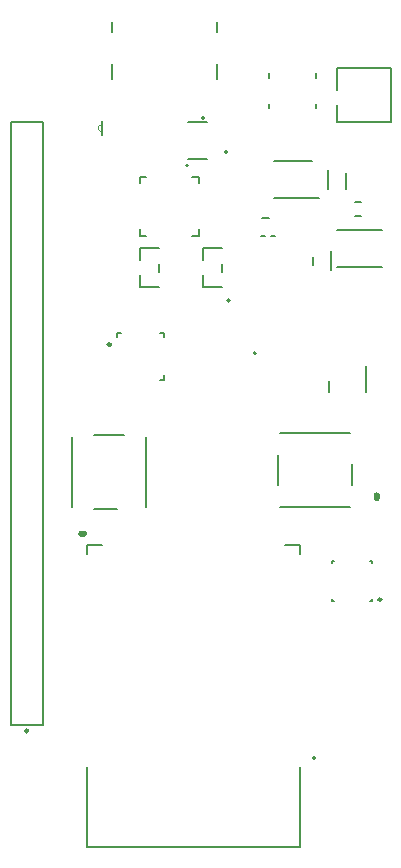
<source format=gbr>
G04*
G04 #@! TF.GenerationSoftware,Altium Limited,Altium Designer,25.2.1 (25)*
G04*
G04 Layer_Color=65535*
%FSLAX25Y25*%
%MOIN*%
G70*
G04*
G04 #@! TF.SameCoordinates,6E7B483F-BFF1-4FB3-8246-CE29AB42D2EF*
G04*
G04*
G04 #@! TF.FilePolarity,Positive*
G04*
G01*
G75*
%ADD10C,0.00600*%
%ADD11C,0.02000*%
%ADD12C,0.00787*%
%ADD13C,0.00984*%
%ADD14C,0.00000*%
%ADD15C,0.00500*%
D10*
X20381Y15453D02*
G03*
X20381Y15453I-400J0D01*
G01*
X11700Y33000D02*
G03*
X11700Y33000I-500J0D01*
G01*
X52300Y-28533D02*
Y-21327D01*
X27700Y-28533D02*
Y-18467D01*
X28360Y-11200D02*
X51640D01*
X28360Y-35800D02*
X51640D01*
X2750Y37500D02*
Y41590D01*
Y37500D02*
X9250D01*
Y42660D02*
Y45340D01*
X2750Y46410D02*
Y50500D01*
X9250D01*
X-11750Y42660D02*
Y45340D01*
X-18250Y50500D02*
X-11750D01*
X-18250Y37500D02*
X-11750D01*
X-18250Y46410D02*
Y50500D01*
Y37500D02*
Y41590D01*
X-33533Y-11700D02*
X-23467D01*
X-16200Y-35640D02*
Y-12360D01*
X-40800Y-35640D02*
Y-12360D01*
X-33533Y-36300D02*
X-25824D01*
X-30900Y89300D02*
Y91700D01*
Y88100D02*
Y89300D01*
Y91700D02*
Y92900D01*
X47550Y103280D02*
Y110450D01*
X65450D01*
X47550Y92550D02*
Y98120D01*
Y92550D02*
X65450D01*
Y110450D01*
D11*
X60710Y-32871D02*
G03*
X60710Y-31845I-1410J513D01*
G01*
X-37871Y-44710D02*
G03*
X-36845Y-44710I513J1410D01*
G01*
D12*
X-2201Y78102D02*
G03*
X-2201Y78102I-394J0D01*
G01*
X40197Y-119468D02*
G03*
X40197Y-119468I-394J0D01*
G01*
X10842Y82563D02*
G03*
X10842Y82563I-394J0D01*
G01*
X3189Y93878D02*
G03*
X3189Y93878I-394J0D01*
G01*
X50453Y70350D02*
Y75563D01*
X44547Y70350D02*
Y76650D01*
X26507Y67385D02*
X41493D01*
X26507Y79615D02*
X39134D01*
X57102Y2531D02*
Y11095D01*
X44898Y2531D02*
Y6370D01*
X45453Y43350D02*
Y49650D01*
X39547Y44948D02*
Y47606D01*
X47508Y44385D02*
X62493D01*
X47508Y56615D02*
X62493D01*
X53528Y61126D02*
X55472D01*
X53528Y65874D02*
X55472D01*
X-11602Y6626D02*
X-10126D01*
Y8102D01*
X-25874Y20898D02*
Y22374D01*
X-24398D01*
X-10126Y20898D02*
Y22374D01*
X-11602D02*
X-10126D01*
X45807Y-67193D02*
X46595D01*
X45807Y-54594D02*
Y-53807D01*
Y-67193D02*
Y-66405D01*
Y-53807D02*
X46595D01*
X58406D02*
X59193D01*
Y-54594D02*
Y-53807D01*
X58406Y-67193D02*
X59193D01*
Y-66405D01*
X-61295Y-108591D02*
Y92590D01*
X-50705Y-108591D02*
Y92590D01*
X-61295Y-108591D02*
X-50705D01*
X-61295Y92590D02*
X-50705D01*
X25297Y54547D02*
X26650D01*
X22076D02*
X23354D01*
X22330Y60453D02*
X24624D01*
X-27598Y122697D02*
Y125925D01*
Y107067D02*
Y111988D01*
X7598Y107067D02*
Y111988D01*
Y122697D02*
Y125925D01*
D13*
X-27965Y18339D02*
G03*
X-27965Y18339I-492J0D01*
G01*
X62244Y-66602D02*
G03*
X62244Y-66602I-492J0D01*
G01*
X-55508Y-110362D02*
G03*
X-55508Y-110362I-492J0D01*
G01*
D14*
X-30900Y91700D02*
G03*
X-30900Y89300I0J-1200D01*
G01*
D15*
X24626Y107370D02*
Y108905D01*
X40374Y97095D02*
Y98630D01*
X24626Y97095D02*
Y98630D01*
X40374Y107370D02*
Y108905D01*
X-18342Y54658D02*
Y56803D01*
Y72197D02*
Y74343D01*
X-16197D01*
X-803D02*
X1343D01*
X-18342Y54658D02*
X-16197D01*
X1343Y72197D02*
Y74343D01*
X-803Y54658D02*
X1343D01*
Y56803D01*
X35079Y-51437D02*
Y-48563D01*
X30177D02*
X35079D01*
Y-148957D02*
Y-122500D01*
X-35787Y-48563D02*
X-30886D01*
X-35787Y-51437D02*
Y-48563D01*
Y-148957D02*
X35079D01*
X-35787D02*
Y-122500D01*
X-2199Y92658D02*
X4199D01*
X-2199Y80343D02*
X4199D01*
M02*

</source>
